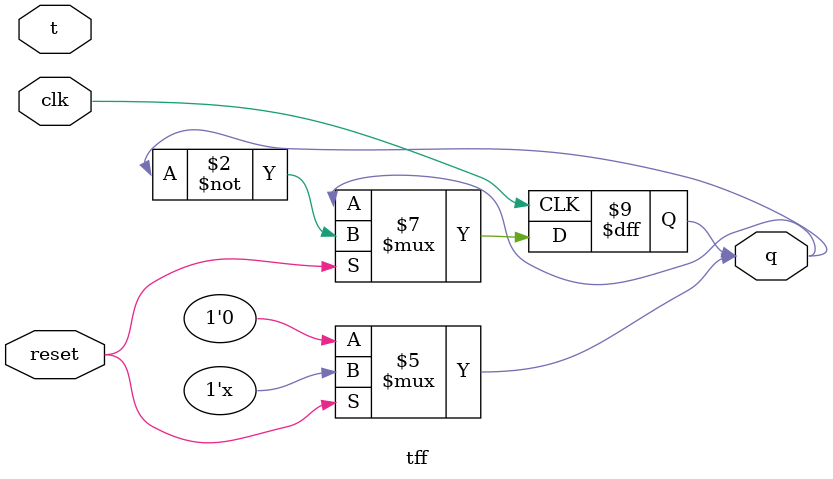
<source format=v>
module tff(t,clk,reset,q);
    input t,clk,reset;
    output reg q;
    always @(negedge clk)
        if (reset)
            q <= ~q;

    always @(reset)
        if (!reset)
            q <= 0;

endmodule

</source>
